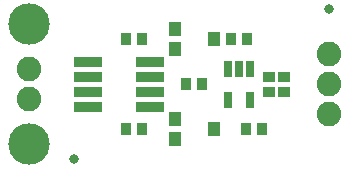
<source format=gbr>
G04 EAGLE Gerber RS-274X export*
G75*
%MOMM*%
%FSLAX34Y34*%
%LPD*%
%INSoldermask Top*%
%IPPOS*%
%AMOC8*
5,1,8,0,0,1.08239X$1,22.5*%
G01*
%ADD10R,2.413000X0.812800*%
%ADD11C,3.505200*%
%ADD12R,0.753200X1.403200*%
%ADD13R,1.103200X1.203200*%
%ADD14R,1.103200X1.303200*%
%ADD15R,1.103200X0.903200*%
%ADD16R,0.903200X1.103200*%
%ADD17C,2.082800*%
%ADD18C,0.838200*%


D10*
X75438Y95250D03*
X75438Y82550D03*
X75438Y69850D03*
X75438Y57150D03*
X127762Y57150D03*
X127762Y69850D03*
X127762Y82550D03*
X127762Y95250D03*
D11*
X25400Y127000D03*
X25400Y25400D03*
D12*
X212700Y89201D03*
X203200Y89201D03*
X193700Y89201D03*
X193700Y63199D03*
X212700Y63199D03*
D13*
X148600Y46600D03*
X148600Y29600D03*
D14*
X181600Y38100D03*
D13*
X148600Y122800D03*
X148600Y105800D03*
D14*
X181600Y114300D03*
D15*
X228600Y82700D03*
X228600Y69700D03*
D16*
X171600Y76200D03*
X158600Y76200D03*
D15*
X241300Y82700D03*
X241300Y69700D03*
D16*
X196700Y114300D03*
X209700Y114300D03*
X222400Y38100D03*
X209400Y38100D03*
D17*
X279400Y50800D03*
X279400Y76200D03*
X279400Y101600D03*
D16*
X107800Y114300D03*
X120800Y114300D03*
X107800Y38100D03*
X120800Y38100D03*
D18*
X279400Y139700D03*
X63500Y12700D03*
D17*
X25400Y88900D03*
X25400Y63500D03*
M02*

</source>
